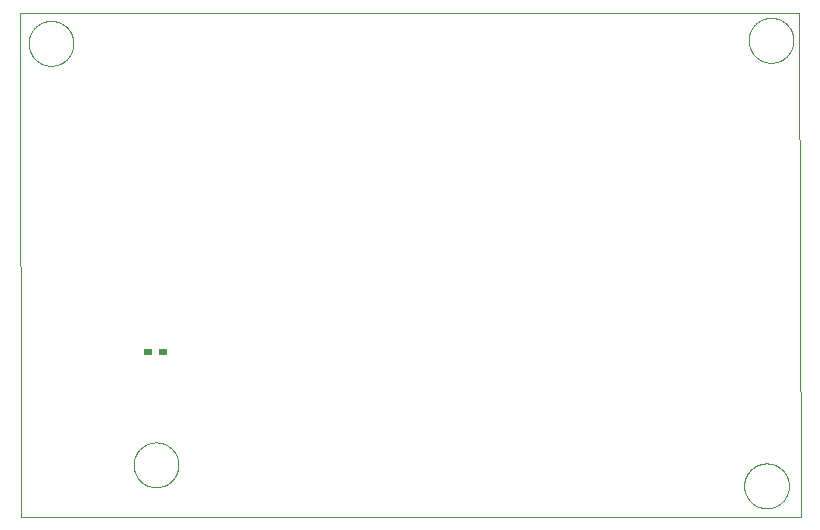
<source format=gbp>
G75*
%MOIN*%
%OFA0B0*%
%FSLAX25Y25*%
%IPPOS*%
%LPD*%
%AMOC8*
5,1,8,0,0,1.08239X$1,22.5*
%
%ADD10C,0.00000*%
%ADD11R,0.02756X0.01969*%
D10*
X0006300Y0005560D02*
X0005800Y0173761D01*
X0265721Y0173761D01*
X0266221Y0005560D01*
X0006300Y0005560D01*
X0043825Y0023060D02*
X0043827Y0023243D01*
X0043834Y0023427D01*
X0043845Y0023610D01*
X0043861Y0023793D01*
X0043881Y0023975D01*
X0043906Y0024157D01*
X0043935Y0024338D01*
X0043969Y0024518D01*
X0044007Y0024698D01*
X0044049Y0024876D01*
X0044096Y0025054D01*
X0044147Y0025230D01*
X0044202Y0025405D01*
X0044262Y0025578D01*
X0044326Y0025750D01*
X0044394Y0025921D01*
X0044466Y0026089D01*
X0044543Y0026256D01*
X0044623Y0026421D01*
X0044708Y0026584D01*
X0044796Y0026744D01*
X0044888Y0026903D01*
X0044985Y0027059D01*
X0045085Y0027213D01*
X0045189Y0027364D01*
X0045296Y0027513D01*
X0045407Y0027659D01*
X0045522Y0027802D01*
X0045640Y0027942D01*
X0045761Y0028080D01*
X0045886Y0028214D01*
X0046014Y0028346D01*
X0046146Y0028474D01*
X0046280Y0028599D01*
X0046418Y0028720D01*
X0046558Y0028838D01*
X0046701Y0028953D01*
X0046847Y0029064D01*
X0046996Y0029171D01*
X0047147Y0029275D01*
X0047301Y0029375D01*
X0047457Y0029472D01*
X0047616Y0029564D01*
X0047776Y0029652D01*
X0047939Y0029737D01*
X0048104Y0029817D01*
X0048271Y0029894D01*
X0048439Y0029966D01*
X0048610Y0030034D01*
X0048782Y0030098D01*
X0048955Y0030158D01*
X0049130Y0030213D01*
X0049306Y0030264D01*
X0049484Y0030311D01*
X0049662Y0030353D01*
X0049842Y0030391D01*
X0050022Y0030425D01*
X0050203Y0030454D01*
X0050385Y0030479D01*
X0050567Y0030499D01*
X0050750Y0030515D01*
X0050933Y0030526D01*
X0051117Y0030533D01*
X0051300Y0030535D01*
X0051483Y0030533D01*
X0051667Y0030526D01*
X0051850Y0030515D01*
X0052033Y0030499D01*
X0052215Y0030479D01*
X0052397Y0030454D01*
X0052578Y0030425D01*
X0052758Y0030391D01*
X0052938Y0030353D01*
X0053116Y0030311D01*
X0053294Y0030264D01*
X0053470Y0030213D01*
X0053645Y0030158D01*
X0053818Y0030098D01*
X0053990Y0030034D01*
X0054161Y0029966D01*
X0054329Y0029894D01*
X0054496Y0029817D01*
X0054661Y0029737D01*
X0054824Y0029652D01*
X0054984Y0029564D01*
X0055143Y0029472D01*
X0055299Y0029375D01*
X0055453Y0029275D01*
X0055604Y0029171D01*
X0055753Y0029064D01*
X0055899Y0028953D01*
X0056042Y0028838D01*
X0056182Y0028720D01*
X0056320Y0028599D01*
X0056454Y0028474D01*
X0056586Y0028346D01*
X0056714Y0028214D01*
X0056839Y0028080D01*
X0056960Y0027942D01*
X0057078Y0027802D01*
X0057193Y0027659D01*
X0057304Y0027513D01*
X0057411Y0027364D01*
X0057515Y0027213D01*
X0057615Y0027059D01*
X0057712Y0026903D01*
X0057804Y0026744D01*
X0057892Y0026584D01*
X0057977Y0026421D01*
X0058057Y0026256D01*
X0058134Y0026089D01*
X0058206Y0025921D01*
X0058274Y0025750D01*
X0058338Y0025578D01*
X0058398Y0025405D01*
X0058453Y0025230D01*
X0058504Y0025054D01*
X0058551Y0024876D01*
X0058593Y0024698D01*
X0058631Y0024518D01*
X0058665Y0024338D01*
X0058694Y0024157D01*
X0058719Y0023975D01*
X0058739Y0023793D01*
X0058755Y0023610D01*
X0058766Y0023427D01*
X0058773Y0023243D01*
X0058775Y0023060D01*
X0058773Y0022877D01*
X0058766Y0022693D01*
X0058755Y0022510D01*
X0058739Y0022327D01*
X0058719Y0022145D01*
X0058694Y0021963D01*
X0058665Y0021782D01*
X0058631Y0021602D01*
X0058593Y0021422D01*
X0058551Y0021244D01*
X0058504Y0021066D01*
X0058453Y0020890D01*
X0058398Y0020715D01*
X0058338Y0020542D01*
X0058274Y0020370D01*
X0058206Y0020199D01*
X0058134Y0020031D01*
X0058057Y0019864D01*
X0057977Y0019699D01*
X0057892Y0019536D01*
X0057804Y0019376D01*
X0057712Y0019217D01*
X0057615Y0019061D01*
X0057515Y0018907D01*
X0057411Y0018756D01*
X0057304Y0018607D01*
X0057193Y0018461D01*
X0057078Y0018318D01*
X0056960Y0018178D01*
X0056839Y0018040D01*
X0056714Y0017906D01*
X0056586Y0017774D01*
X0056454Y0017646D01*
X0056320Y0017521D01*
X0056182Y0017400D01*
X0056042Y0017282D01*
X0055899Y0017167D01*
X0055753Y0017056D01*
X0055604Y0016949D01*
X0055453Y0016845D01*
X0055299Y0016745D01*
X0055143Y0016648D01*
X0054984Y0016556D01*
X0054824Y0016468D01*
X0054661Y0016383D01*
X0054496Y0016303D01*
X0054329Y0016226D01*
X0054161Y0016154D01*
X0053990Y0016086D01*
X0053818Y0016022D01*
X0053645Y0015962D01*
X0053470Y0015907D01*
X0053294Y0015856D01*
X0053116Y0015809D01*
X0052938Y0015767D01*
X0052758Y0015729D01*
X0052578Y0015695D01*
X0052397Y0015666D01*
X0052215Y0015641D01*
X0052033Y0015621D01*
X0051850Y0015605D01*
X0051667Y0015594D01*
X0051483Y0015587D01*
X0051300Y0015585D01*
X0051117Y0015587D01*
X0050933Y0015594D01*
X0050750Y0015605D01*
X0050567Y0015621D01*
X0050385Y0015641D01*
X0050203Y0015666D01*
X0050022Y0015695D01*
X0049842Y0015729D01*
X0049662Y0015767D01*
X0049484Y0015809D01*
X0049306Y0015856D01*
X0049130Y0015907D01*
X0048955Y0015962D01*
X0048782Y0016022D01*
X0048610Y0016086D01*
X0048439Y0016154D01*
X0048271Y0016226D01*
X0048104Y0016303D01*
X0047939Y0016383D01*
X0047776Y0016468D01*
X0047616Y0016556D01*
X0047457Y0016648D01*
X0047301Y0016745D01*
X0047147Y0016845D01*
X0046996Y0016949D01*
X0046847Y0017056D01*
X0046701Y0017167D01*
X0046558Y0017282D01*
X0046418Y0017400D01*
X0046280Y0017521D01*
X0046146Y0017646D01*
X0046014Y0017774D01*
X0045886Y0017906D01*
X0045761Y0018040D01*
X0045640Y0018178D01*
X0045522Y0018318D01*
X0045407Y0018461D01*
X0045296Y0018607D01*
X0045189Y0018756D01*
X0045085Y0018907D01*
X0044985Y0019061D01*
X0044888Y0019217D01*
X0044796Y0019376D01*
X0044708Y0019536D01*
X0044623Y0019699D01*
X0044543Y0019864D01*
X0044466Y0020031D01*
X0044394Y0020199D01*
X0044326Y0020370D01*
X0044262Y0020542D01*
X0044202Y0020715D01*
X0044147Y0020890D01*
X0044096Y0021066D01*
X0044049Y0021244D01*
X0044007Y0021422D01*
X0043969Y0021602D01*
X0043935Y0021782D01*
X0043906Y0021963D01*
X0043881Y0022145D01*
X0043861Y0022327D01*
X0043845Y0022510D01*
X0043834Y0022693D01*
X0043827Y0022877D01*
X0043825Y0023060D01*
X0247325Y0016060D02*
X0247327Y0016243D01*
X0247334Y0016427D01*
X0247345Y0016610D01*
X0247361Y0016793D01*
X0247381Y0016975D01*
X0247406Y0017157D01*
X0247435Y0017338D01*
X0247469Y0017518D01*
X0247507Y0017698D01*
X0247549Y0017876D01*
X0247596Y0018054D01*
X0247647Y0018230D01*
X0247702Y0018405D01*
X0247762Y0018578D01*
X0247826Y0018750D01*
X0247894Y0018921D01*
X0247966Y0019089D01*
X0248043Y0019256D01*
X0248123Y0019421D01*
X0248208Y0019584D01*
X0248296Y0019744D01*
X0248388Y0019903D01*
X0248485Y0020059D01*
X0248585Y0020213D01*
X0248689Y0020364D01*
X0248796Y0020513D01*
X0248907Y0020659D01*
X0249022Y0020802D01*
X0249140Y0020942D01*
X0249261Y0021080D01*
X0249386Y0021214D01*
X0249514Y0021346D01*
X0249646Y0021474D01*
X0249780Y0021599D01*
X0249918Y0021720D01*
X0250058Y0021838D01*
X0250201Y0021953D01*
X0250347Y0022064D01*
X0250496Y0022171D01*
X0250647Y0022275D01*
X0250801Y0022375D01*
X0250957Y0022472D01*
X0251116Y0022564D01*
X0251276Y0022652D01*
X0251439Y0022737D01*
X0251604Y0022817D01*
X0251771Y0022894D01*
X0251939Y0022966D01*
X0252110Y0023034D01*
X0252282Y0023098D01*
X0252455Y0023158D01*
X0252630Y0023213D01*
X0252806Y0023264D01*
X0252984Y0023311D01*
X0253162Y0023353D01*
X0253342Y0023391D01*
X0253522Y0023425D01*
X0253703Y0023454D01*
X0253885Y0023479D01*
X0254067Y0023499D01*
X0254250Y0023515D01*
X0254433Y0023526D01*
X0254617Y0023533D01*
X0254800Y0023535D01*
X0254983Y0023533D01*
X0255167Y0023526D01*
X0255350Y0023515D01*
X0255533Y0023499D01*
X0255715Y0023479D01*
X0255897Y0023454D01*
X0256078Y0023425D01*
X0256258Y0023391D01*
X0256438Y0023353D01*
X0256616Y0023311D01*
X0256794Y0023264D01*
X0256970Y0023213D01*
X0257145Y0023158D01*
X0257318Y0023098D01*
X0257490Y0023034D01*
X0257661Y0022966D01*
X0257829Y0022894D01*
X0257996Y0022817D01*
X0258161Y0022737D01*
X0258324Y0022652D01*
X0258484Y0022564D01*
X0258643Y0022472D01*
X0258799Y0022375D01*
X0258953Y0022275D01*
X0259104Y0022171D01*
X0259253Y0022064D01*
X0259399Y0021953D01*
X0259542Y0021838D01*
X0259682Y0021720D01*
X0259820Y0021599D01*
X0259954Y0021474D01*
X0260086Y0021346D01*
X0260214Y0021214D01*
X0260339Y0021080D01*
X0260460Y0020942D01*
X0260578Y0020802D01*
X0260693Y0020659D01*
X0260804Y0020513D01*
X0260911Y0020364D01*
X0261015Y0020213D01*
X0261115Y0020059D01*
X0261212Y0019903D01*
X0261304Y0019744D01*
X0261392Y0019584D01*
X0261477Y0019421D01*
X0261557Y0019256D01*
X0261634Y0019089D01*
X0261706Y0018921D01*
X0261774Y0018750D01*
X0261838Y0018578D01*
X0261898Y0018405D01*
X0261953Y0018230D01*
X0262004Y0018054D01*
X0262051Y0017876D01*
X0262093Y0017698D01*
X0262131Y0017518D01*
X0262165Y0017338D01*
X0262194Y0017157D01*
X0262219Y0016975D01*
X0262239Y0016793D01*
X0262255Y0016610D01*
X0262266Y0016427D01*
X0262273Y0016243D01*
X0262275Y0016060D01*
X0262273Y0015877D01*
X0262266Y0015693D01*
X0262255Y0015510D01*
X0262239Y0015327D01*
X0262219Y0015145D01*
X0262194Y0014963D01*
X0262165Y0014782D01*
X0262131Y0014602D01*
X0262093Y0014422D01*
X0262051Y0014244D01*
X0262004Y0014066D01*
X0261953Y0013890D01*
X0261898Y0013715D01*
X0261838Y0013542D01*
X0261774Y0013370D01*
X0261706Y0013199D01*
X0261634Y0013031D01*
X0261557Y0012864D01*
X0261477Y0012699D01*
X0261392Y0012536D01*
X0261304Y0012376D01*
X0261212Y0012217D01*
X0261115Y0012061D01*
X0261015Y0011907D01*
X0260911Y0011756D01*
X0260804Y0011607D01*
X0260693Y0011461D01*
X0260578Y0011318D01*
X0260460Y0011178D01*
X0260339Y0011040D01*
X0260214Y0010906D01*
X0260086Y0010774D01*
X0259954Y0010646D01*
X0259820Y0010521D01*
X0259682Y0010400D01*
X0259542Y0010282D01*
X0259399Y0010167D01*
X0259253Y0010056D01*
X0259104Y0009949D01*
X0258953Y0009845D01*
X0258799Y0009745D01*
X0258643Y0009648D01*
X0258484Y0009556D01*
X0258324Y0009468D01*
X0258161Y0009383D01*
X0257996Y0009303D01*
X0257829Y0009226D01*
X0257661Y0009154D01*
X0257490Y0009086D01*
X0257318Y0009022D01*
X0257145Y0008962D01*
X0256970Y0008907D01*
X0256794Y0008856D01*
X0256616Y0008809D01*
X0256438Y0008767D01*
X0256258Y0008729D01*
X0256078Y0008695D01*
X0255897Y0008666D01*
X0255715Y0008641D01*
X0255533Y0008621D01*
X0255350Y0008605D01*
X0255167Y0008594D01*
X0254983Y0008587D01*
X0254800Y0008585D01*
X0254617Y0008587D01*
X0254433Y0008594D01*
X0254250Y0008605D01*
X0254067Y0008621D01*
X0253885Y0008641D01*
X0253703Y0008666D01*
X0253522Y0008695D01*
X0253342Y0008729D01*
X0253162Y0008767D01*
X0252984Y0008809D01*
X0252806Y0008856D01*
X0252630Y0008907D01*
X0252455Y0008962D01*
X0252282Y0009022D01*
X0252110Y0009086D01*
X0251939Y0009154D01*
X0251771Y0009226D01*
X0251604Y0009303D01*
X0251439Y0009383D01*
X0251276Y0009468D01*
X0251116Y0009556D01*
X0250957Y0009648D01*
X0250801Y0009745D01*
X0250647Y0009845D01*
X0250496Y0009949D01*
X0250347Y0010056D01*
X0250201Y0010167D01*
X0250058Y0010282D01*
X0249918Y0010400D01*
X0249780Y0010521D01*
X0249646Y0010646D01*
X0249514Y0010774D01*
X0249386Y0010906D01*
X0249261Y0011040D01*
X0249140Y0011178D01*
X0249022Y0011318D01*
X0248907Y0011461D01*
X0248796Y0011607D01*
X0248689Y0011756D01*
X0248585Y0011907D01*
X0248485Y0012061D01*
X0248388Y0012217D01*
X0248296Y0012376D01*
X0248208Y0012536D01*
X0248123Y0012699D01*
X0248043Y0012864D01*
X0247966Y0013031D01*
X0247894Y0013199D01*
X0247826Y0013370D01*
X0247762Y0013542D01*
X0247702Y0013715D01*
X0247647Y0013890D01*
X0247596Y0014066D01*
X0247549Y0014244D01*
X0247507Y0014422D01*
X0247469Y0014602D01*
X0247435Y0014782D01*
X0247406Y0014963D01*
X0247381Y0015145D01*
X0247361Y0015327D01*
X0247345Y0015510D01*
X0247334Y0015693D01*
X0247327Y0015877D01*
X0247325Y0016060D01*
X0248825Y0164560D02*
X0248827Y0164743D01*
X0248834Y0164927D01*
X0248845Y0165110D01*
X0248861Y0165293D01*
X0248881Y0165475D01*
X0248906Y0165657D01*
X0248935Y0165838D01*
X0248969Y0166018D01*
X0249007Y0166198D01*
X0249049Y0166376D01*
X0249096Y0166554D01*
X0249147Y0166730D01*
X0249202Y0166905D01*
X0249262Y0167078D01*
X0249326Y0167250D01*
X0249394Y0167421D01*
X0249466Y0167589D01*
X0249543Y0167756D01*
X0249623Y0167921D01*
X0249708Y0168084D01*
X0249796Y0168244D01*
X0249888Y0168403D01*
X0249985Y0168559D01*
X0250085Y0168713D01*
X0250189Y0168864D01*
X0250296Y0169013D01*
X0250407Y0169159D01*
X0250522Y0169302D01*
X0250640Y0169442D01*
X0250761Y0169580D01*
X0250886Y0169714D01*
X0251014Y0169846D01*
X0251146Y0169974D01*
X0251280Y0170099D01*
X0251418Y0170220D01*
X0251558Y0170338D01*
X0251701Y0170453D01*
X0251847Y0170564D01*
X0251996Y0170671D01*
X0252147Y0170775D01*
X0252301Y0170875D01*
X0252457Y0170972D01*
X0252616Y0171064D01*
X0252776Y0171152D01*
X0252939Y0171237D01*
X0253104Y0171317D01*
X0253271Y0171394D01*
X0253439Y0171466D01*
X0253610Y0171534D01*
X0253782Y0171598D01*
X0253955Y0171658D01*
X0254130Y0171713D01*
X0254306Y0171764D01*
X0254484Y0171811D01*
X0254662Y0171853D01*
X0254842Y0171891D01*
X0255022Y0171925D01*
X0255203Y0171954D01*
X0255385Y0171979D01*
X0255567Y0171999D01*
X0255750Y0172015D01*
X0255933Y0172026D01*
X0256117Y0172033D01*
X0256300Y0172035D01*
X0256483Y0172033D01*
X0256667Y0172026D01*
X0256850Y0172015D01*
X0257033Y0171999D01*
X0257215Y0171979D01*
X0257397Y0171954D01*
X0257578Y0171925D01*
X0257758Y0171891D01*
X0257938Y0171853D01*
X0258116Y0171811D01*
X0258294Y0171764D01*
X0258470Y0171713D01*
X0258645Y0171658D01*
X0258818Y0171598D01*
X0258990Y0171534D01*
X0259161Y0171466D01*
X0259329Y0171394D01*
X0259496Y0171317D01*
X0259661Y0171237D01*
X0259824Y0171152D01*
X0259984Y0171064D01*
X0260143Y0170972D01*
X0260299Y0170875D01*
X0260453Y0170775D01*
X0260604Y0170671D01*
X0260753Y0170564D01*
X0260899Y0170453D01*
X0261042Y0170338D01*
X0261182Y0170220D01*
X0261320Y0170099D01*
X0261454Y0169974D01*
X0261586Y0169846D01*
X0261714Y0169714D01*
X0261839Y0169580D01*
X0261960Y0169442D01*
X0262078Y0169302D01*
X0262193Y0169159D01*
X0262304Y0169013D01*
X0262411Y0168864D01*
X0262515Y0168713D01*
X0262615Y0168559D01*
X0262712Y0168403D01*
X0262804Y0168244D01*
X0262892Y0168084D01*
X0262977Y0167921D01*
X0263057Y0167756D01*
X0263134Y0167589D01*
X0263206Y0167421D01*
X0263274Y0167250D01*
X0263338Y0167078D01*
X0263398Y0166905D01*
X0263453Y0166730D01*
X0263504Y0166554D01*
X0263551Y0166376D01*
X0263593Y0166198D01*
X0263631Y0166018D01*
X0263665Y0165838D01*
X0263694Y0165657D01*
X0263719Y0165475D01*
X0263739Y0165293D01*
X0263755Y0165110D01*
X0263766Y0164927D01*
X0263773Y0164743D01*
X0263775Y0164560D01*
X0263773Y0164377D01*
X0263766Y0164193D01*
X0263755Y0164010D01*
X0263739Y0163827D01*
X0263719Y0163645D01*
X0263694Y0163463D01*
X0263665Y0163282D01*
X0263631Y0163102D01*
X0263593Y0162922D01*
X0263551Y0162744D01*
X0263504Y0162566D01*
X0263453Y0162390D01*
X0263398Y0162215D01*
X0263338Y0162042D01*
X0263274Y0161870D01*
X0263206Y0161699D01*
X0263134Y0161531D01*
X0263057Y0161364D01*
X0262977Y0161199D01*
X0262892Y0161036D01*
X0262804Y0160876D01*
X0262712Y0160717D01*
X0262615Y0160561D01*
X0262515Y0160407D01*
X0262411Y0160256D01*
X0262304Y0160107D01*
X0262193Y0159961D01*
X0262078Y0159818D01*
X0261960Y0159678D01*
X0261839Y0159540D01*
X0261714Y0159406D01*
X0261586Y0159274D01*
X0261454Y0159146D01*
X0261320Y0159021D01*
X0261182Y0158900D01*
X0261042Y0158782D01*
X0260899Y0158667D01*
X0260753Y0158556D01*
X0260604Y0158449D01*
X0260453Y0158345D01*
X0260299Y0158245D01*
X0260143Y0158148D01*
X0259984Y0158056D01*
X0259824Y0157968D01*
X0259661Y0157883D01*
X0259496Y0157803D01*
X0259329Y0157726D01*
X0259161Y0157654D01*
X0258990Y0157586D01*
X0258818Y0157522D01*
X0258645Y0157462D01*
X0258470Y0157407D01*
X0258294Y0157356D01*
X0258116Y0157309D01*
X0257938Y0157267D01*
X0257758Y0157229D01*
X0257578Y0157195D01*
X0257397Y0157166D01*
X0257215Y0157141D01*
X0257033Y0157121D01*
X0256850Y0157105D01*
X0256667Y0157094D01*
X0256483Y0157087D01*
X0256300Y0157085D01*
X0256117Y0157087D01*
X0255933Y0157094D01*
X0255750Y0157105D01*
X0255567Y0157121D01*
X0255385Y0157141D01*
X0255203Y0157166D01*
X0255022Y0157195D01*
X0254842Y0157229D01*
X0254662Y0157267D01*
X0254484Y0157309D01*
X0254306Y0157356D01*
X0254130Y0157407D01*
X0253955Y0157462D01*
X0253782Y0157522D01*
X0253610Y0157586D01*
X0253439Y0157654D01*
X0253271Y0157726D01*
X0253104Y0157803D01*
X0252939Y0157883D01*
X0252776Y0157968D01*
X0252616Y0158056D01*
X0252457Y0158148D01*
X0252301Y0158245D01*
X0252147Y0158345D01*
X0251996Y0158449D01*
X0251847Y0158556D01*
X0251701Y0158667D01*
X0251558Y0158782D01*
X0251418Y0158900D01*
X0251280Y0159021D01*
X0251146Y0159146D01*
X0251014Y0159274D01*
X0250886Y0159406D01*
X0250761Y0159540D01*
X0250640Y0159678D01*
X0250522Y0159818D01*
X0250407Y0159961D01*
X0250296Y0160107D01*
X0250189Y0160256D01*
X0250085Y0160407D01*
X0249985Y0160561D01*
X0249888Y0160717D01*
X0249796Y0160876D01*
X0249708Y0161036D01*
X0249623Y0161199D01*
X0249543Y0161364D01*
X0249466Y0161531D01*
X0249394Y0161699D01*
X0249326Y0161870D01*
X0249262Y0162042D01*
X0249202Y0162215D01*
X0249147Y0162390D01*
X0249096Y0162566D01*
X0249049Y0162744D01*
X0249007Y0162922D01*
X0248969Y0163102D01*
X0248935Y0163282D01*
X0248906Y0163463D01*
X0248881Y0163645D01*
X0248861Y0163827D01*
X0248845Y0164010D01*
X0248834Y0164193D01*
X0248827Y0164377D01*
X0248825Y0164560D01*
X0008825Y0163560D02*
X0008827Y0163743D01*
X0008834Y0163927D01*
X0008845Y0164110D01*
X0008861Y0164293D01*
X0008881Y0164475D01*
X0008906Y0164657D01*
X0008935Y0164838D01*
X0008969Y0165018D01*
X0009007Y0165198D01*
X0009049Y0165376D01*
X0009096Y0165554D01*
X0009147Y0165730D01*
X0009202Y0165905D01*
X0009262Y0166078D01*
X0009326Y0166250D01*
X0009394Y0166421D01*
X0009466Y0166589D01*
X0009543Y0166756D01*
X0009623Y0166921D01*
X0009708Y0167084D01*
X0009796Y0167244D01*
X0009888Y0167403D01*
X0009985Y0167559D01*
X0010085Y0167713D01*
X0010189Y0167864D01*
X0010296Y0168013D01*
X0010407Y0168159D01*
X0010522Y0168302D01*
X0010640Y0168442D01*
X0010761Y0168580D01*
X0010886Y0168714D01*
X0011014Y0168846D01*
X0011146Y0168974D01*
X0011280Y0169099D01*
X0011418Y0169220D01*
X0011558Y0169338D01*
X0011701Y0169453D01*
X0011847Y0169564D01*
X0011996Y0169671D01*
X0012147Y0169775D01*
X0012301Y0169875D01*
X0012457Y0169972D01*
X0012616Y0170064D01*
X0012776Y0170152D01*
X0012939Y0170237D01*
X0013104Y0170317D01*
X0013271Y0170394D01*
X0013439Y0170466D01*
X0013610Y0170534D01*
X0013782Y0170598D01*
X0013955Y0170658D01*
X0014130Y0170713D01*
X0014306Y0170764D01*
X0014484Y0170811D01*
X0014662Y0170853D01*
X0014842Y0170891D01*
X0015022Y0170925D01*
X0015203Y0170954D01*
X0015385Y0170979D01*
X0015567Y0170999D01*
X0015750Y0171015D01*
X0015933Y0171026D01*
X0016117Y0171033D01*
X0016300Y0171035D01*
X0016483Y0171033D01*
X0016667Y0171026D01*
X0016850Y0171015D01*
X0017033Y0170999D01*
X0017215Y0170979D01*
X0017397Y0170954D01*
X0017578Y0170925D01*
X0017758Y0170891D01*
X0017938Y0170853D01*
X0018116Y0170811D01*
X0018294Y0170764D01*
X0018470Y0170713D01*
X0018645Y0170658D01*
X0018818Y0170598D01*
X0018990Y0170534D01*
X0019161Y0170466D01*
X0019329Y0170394D01*
X0019496Y0170317D01*
X0019661Y0170237D01*
X0019824Y0170152D01*
X0019984Y0170064D01*
X0020143Y0169972D01*
X0020299Y0169875D01*
X0020453Y0169775D01*
X0020604Y0169671D01*
X0020753Y0169564D01*
X0020899Y0169453D01*
X0021042Y0169338D01*
X0021182Y0169220D01*
X0021320Y0169099D01*
X0021454Y0168974D01*
X0021586Y0168846D01*
X0021714Y0168714D01*
X0021839Y0168580D01*
X0021960Y0168442D01*
X0022078Y0168302D01*
X0022193Y0168159D01*
X0022304Y0168013D01*
X0022411Y0167864D01*
X0022515Y0167713D01*
X0022615Y0167559D01*
X0022712Y0167403D01*
X0022804Y0167244D01*
X0022892Y0167084D01*
X0022977Y0166921D01*
X0023057Y0166756D01*
X0023134Y0166589D01*
X0023206Y0166421D01*
X0023274Y0166250D01*
X0023338Y0166078D01*
X0023398Y0165905D01*
X0023453Y0165730D01*
X0023504Y0165554D01*
X0023551Y0165376D01*
X0023593Y0165198D01*
X0023631Y0165018D01*
X0023665Y0164838D01*
X0023694Y0164657D01*
X0023719Y0164475D01*
X0023739Y0164293D01*
X0023755Y0164110D01*
X0023766Y0163927D01*
X0023773Y0163743D01*
X0023775Y0163560D01*
X0023773Y0163377D01*
X0023766Y0163193D01*
X0023755Y0163010D01*
X0023739Y0162827D01*
X0023719Y0162645D01*
X0023694Y0162463D01*
X0023665Y0162282D01*
X0023631Y0162102D01*
X0023593Y0161922D01*
X0023551Y0161744D01*
X0023504Y0161566D01*
X0023453Y0161390D01*
X0023398Y0161215D01*
X0023338Y0161042D01*
X0023274Y0160870D01*
X0023206Y0160699D01*
X0023134Y0160531D01*
X0023057Y0160364D01*
X0022977Y0160199D01*
X0022892Y0160036D01*
X0022804Y0159876D01*
X0022712Y0159717D01*
X0022615Y0159561D01*
X0022515Y0159407D01*
X0022411Y0159256D01*
X0022304Y0159107D01*
X0022193Y0158961D01*
X0022078Y0158818D01*
X0021960Y0158678D01*
X0021839Y0158540D01*
X0021714Y0158406D01*
X0021586Y0158274D01*
X0021454Y0158146D01*
X0021320Y0158021D01*
X0021182Y0157900D01*
X0021042Y0157782D01*
X0020899Y0157667D01*
X0020753Y0157556D01*
X0020604Y0157449D01*
X0020453Y0157345D01*
X0020299Y0157245D01*
X0020143Y0157148D01*
X0019984Y0157056D01*
X0019824Y0156968D01*
X0019661Y0156883D01*
X0019496Y0156803D01*
X0019329Y0156726D01*
X0019161Y0156654D01*
X0018990Y0156586D01*
X0018818Y0156522D01*
X0018645Y0156462D01*
X0018470Y0156407D01*
X0018294Y0156356D01*
X0018116Y0156309D01*
X0017938Y0156267D01*
X0017758Y0156229D01*
X0017578Y0156195D01*
X0017397Y0156166D01*
X0017215Y0156141D01*
X0017033Y0156121D01*
X0016850Y0156105D01*
X0016667Y0156094D01*
X0016483Y0156087D01*
X0016300Y0156085D01*
X0016117Y0156087D01*
X0015933Y0156094D01*
X0015750Y0156105D01*
X0015567Y0156121D01*
X0015385Y0156141D01*
X0015203Y0156166D01*
X0015022Y0156195D01*
X0014842Y0156229D01*
X0014662Y0156267D01*
X0014484Y0156309D01*
X0014306Y0156356D01*
X0014130Y0156407D01*
X0013955Y0156462D01*
X0013782Y0156522D01*
X0013610Y0156586D01*
X0013439Y0156654D01*
X0013271Y0156726D01*
X0013104Y0156803D01*
X0012939Y0156883D01*
X0012776Y0156968D01*
X0012616Y0157056D01*
X0012457Y0157148D01*
X0012301Y0157245D01*
X0012147Y0157345D01*
X0011996Y0157449D01*
X0011847Y0157556D01*
X0011701Y0157667D01*
X0011558Y0157782D01*
X0011418Y0157900D01*
X0011280Y0158021D01*
X0011146Y0158146D01*
X0011014Y0158274D01*
X0010886Y0158406D01*
X0010761Y0158540D01*
X0010640Y0158678D01*
X0010522Y0158818D01*
X0010407Y0158961D01*
X0010296Y0159107D01*
X0010189Y0159256D01*
X0010085Y0159407D01*
X0009985Y0159561D01*
X0009888Y0159717D01*
X0009796Y0159876D01*
X0009708Y0160036D01*
X0009623Y0160199D01*
X0009543Y0160364D01*
X0009466Y0160531D01*
X0009394Y0160699D01*
X0009326Y0160870D01*
X0009262Y0161042D01*
X0009202Y0161215D01*
X0009147Y0161390D01*
X0009096Y0161566D01*
X0009049Y0161744D01*
X0009007Y0161922D01*
X0008969Y0162102D01*
X0008935Y0162282D01*
X0008906Y0162463D01*
X0008881Y0162645D01*
X0008861Y0162827D01*
X0008845Y0163010D01*
X0008834Y0163193D01*
X0008827Y0163377D01*
X0008825Y0163560D01*
D11*
X0048544Y0060560D03*
X0053662Y0060560D03*
M02*

</source>
